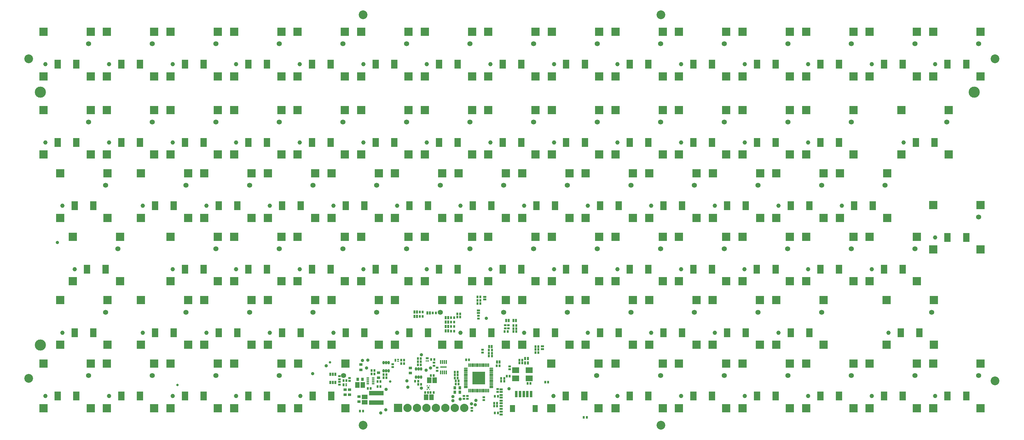
<source format=gbs>
G04*
G04 #@! TF.GenerationSoftware,Altium Limited,Altium Designer,24.2.2 (26)*
G04*
G04 Layer_Color=16711935*
%FSLAX44Y44*%
%MOMM*%
G71*
G04*
G04 #@! TF.SameCoordinates,2B7E99FB-4F0D-402E-9D71-9E8D4FD60802*
G04*
G04*
G04 #@! TF.FilePolarity,Negative*
G04*
G01*
G75*
%ADD19C,3.0000*%
%ADD20R,0.6400X0.5400*%
%ADD21R,0.5400X0.6400*%
%ADD26C,0.9100*%
%ADD27R,0.9600X0.7600*%
%ADD28C,2.2400*%
%ADD29R,2.2400X2.2400*%
%ADD30R,2.1600X2.1600*%
%ADD31C,1.3600*%
%ADD32C,1.1600*%
%ADD33R,1.7100X2.3600*%
%ADD34C,2.3600*%
%ADD35C,0.6600*%
%ADD77R,0.9600X0.7900*%
%ADD78R,0.7900X0.9600*%
%ADD79R,1.2100X1.5100*%
%ADD80R,1.5100X1.2100*%
%ADD81R,3.9600X1.1600*%
%ADD82R,3.3600X3.3600*%
%ADD83O,1.0350X0.3600*%
%ADD84O,0.3600X1.0350*%
%ADD85R,1.8600X1.5600*%
%ADD86R,0.7600X1.7100*%
%ADD87R,1.3600X1.9600*%
%ADD88R,0.5600X0.8600*%
%ADD89R,0.8600X0.5600*%
%ADD90R,0.4100X1.0600*%
%ADD91R,1.7600X0.3600*%
%ADD92O,0.6100X0.9600*%
%ADD93R,0.7600X0.4100*%
%ADD94R,0.6100X0.9600*%
G36*
X1092925Y171785D02*
X1085425D01*
Y176285D01*
X1092925D01*
Y171785D01*
D02*
G37*
G36*
X1013258Y169117D02*
X1008758D01*
Y172117D01*
X1013258D01*
Y169117D01*
D02*
G37*
G36*
X1092925Y164785D02*
X1089925D01*
Y169285D01*
X1092925D01*
Y164785D01*
D02*
G37*
G36*
X1088425D02*
X1085425D01*
Y169285D01*
X1088425D01*
Y164785D01*
D02*
G37*
G36*
X1013258Y164617D02*
X1008758D01*
Y167617D01*
X1013258D01*
Y164617D01*
D02*
G37*
G36*
X1006258D02*
X1001758D01*
Y172117D01*
X1006258D01*
Y164617D01*
D02*
G37*
G36*
X873924Y103183D02*
X869424D01*
Y106183D01*
X873924D01*
Y103183D01*
D02*
G37*
G36*
Y98683D02*
X869424D01*
Y101683D01*
X873924D01*
Y98683D01*
D02*
G37*
G36*
X866924D02*
X862424D01*
Y106183D01*
X866924D01*
Y98683D01*
D02*
G37*
G36*
X1096880Y97793D02*
X1096287D01*
X1094780Y99300D01*
Y101393D01*
X1096880D01*
Y97793D01*
D02*
G37*
G36*
X1090380Y99300D02*
X1088873Y97793D01*
X1088280D01*
Y101393D01*
X1090380D01*
Y99300D01*
D02*
G37*
G36*
X1095974Y95000D02*
X1092580Y91606D01*
X1089186Y95000D01*
X1092580Y98394D01*
X1095974Y95000D01*
D02*
G37*
G36*
X1096880Y88607D02*
X1094780D01*
Y90700D01*
X1096287Y92207D01*
X1096880D01*
Y88607D01*
D02*
G37*
G36*
X1090380Y90700D02*
Y88607D01*
X1088280D01*
Y92207D01*
X1088873D01*
X1090380Y90700D01*
D02*
G37*
D19*
X50000Y890000D02*
D03*
Y210000D02*
D03*
X2558550Y890000D02*
D03*
D20*
X997000Y157950D02*
D03*
Y150050D02*
D03*
X1115965Y140595D02*
D03*
Y148495D02*
D03*
X1311000Y144050D02*
D03*
Y151950D02*
D03*
X1187932Y72799D02*
D03*
Y64899D02*
D03*
X1238226Y189001D02*
D03*
Y196901D02*
D03*
X1241000Y68950D02*
D03*
Y61050D02*
D03*
X1196932Y72799D02*
D03*
Y64899D02*
D03*
X1298502Y254866D02*
D03*
Y262766D02*
D03*
X1278614Y83212D02*
D03*
Y91112D02*
D03*
X1227075Y288603D02*
D03*
Y280703D02*
D03*
X881000Y113050D02*
D03*
Y120950D02*
D03*
X853352Y117713D02*
D03*
Y125613D02*
D03*
X853350Y110449D02*
D03*
Y102549D02*
D03*
X1208857Y40253D02*
D03*
Y32353D02*
D03*
X1107886Y154067D02*
D03*
Y161967D02*
D03*
X1307502Y262766D02*
D03*
Y254866D02*
D03*
D21*
X956050Y98000D02*
D03*
X963950D02*
D03*
X1064050Y156503D02*
D03*
X1071950D02*
D03*
X1297552Y245817D02*
D03*
X1305452D02*
D03*
X1224050Y321496D02*
D03*
X1231950D02*
D03*
X1379806Y197502D02*
D03*
X1387706D02*
D03*
X1320552Y245817D02*
D03*
X1328452D02*
D03*
X1255050Y188000D02*
D03*
X1262950D02*
D03*
X937338Y92654D02*
D03*
X929438D02*
D03*
X1170258Y293192D02*
D03*
X1178158D02*
D03*
X1358951Y106172D02*
D03*
X1366851D02*
D03*
X1170950Y121000D02*
D03*
X1163050D02*
D03*
X1201771Y169713D02*
D03*
X1193871D02*
D03*
X1099112Y127630D02*
D03*
X1107012D02*
D03*
X1288050Y120000D02*
D03*
X1295950D02*
D03*
X1170950Y129000D02*
D03*
X1163050D02*
D03*
X1288050Y112000D02*
D03*
X1295950D02*
D03*
X1170950Y137000D02*
D03*
X1163050D02*
D03*
X979934Y121593D02*
D03*
X972034D02*
D03*
X1077280Y286605D02*
D03*
X1069380D02*
D03*
X1255052Y195900D02*
D03*
X1262952D02*
D03*
X1320552Y261816D02*
D03*
X1328452D02*
D03*
X1224050Y338881D02*
D03*
X1231950D02*
D03*
X1379806Y205502D02*
D03*
X1387706D02*
D03*
X1279218Y26319D02*
D03*
X1271318D02*
D03*
X1277220Y45002D02*
D03*
X1269320D02*
D03*
X1277220Y53000D02*
D03*
X1269320D02*
D03*
X1279220Y71835D02*
D03*
X1271320D02*
D03*
X1344573Y161108D02*
D03*
X1336673D02*
D03*
X1344573Y169109D02*
D03*
X1336673D02*
D03*
X1283950Y154000D02*
D03*
X1276050D02*
D03*
X1069380Y298788D02*
D03*
X1077280D02*
D03*
X1104477Y295610D02*
D03*
X1112377D02*
D03*
X1153550Y283622D02*
D03*
X1161450D02*
D03*
X1153550Y271523D02*
D03*
X1161450D02*
D03*
X1153550Y259645D02*
D03*
X1161450D02*
D03*
X1153550Y246888D02*
D03*
X1161450D02*
D03*
X864547Y114011D02*
D03*
X872447D02*
D03*
X1406050Y110000D02*
D03*
X1413950D02*
D03*
X979962Y129644D02*
D03*
X972062D02*
D03*
X1019520Y159785D02*
D03*
X1027420D02*
D03*
X940050Y132000D02*
D03*
X947950D02*
D03*
X1027415Y168803D02*
D03*
X1019516D02*
D03*
X940050Y141000D02*
D03*
X947950D02*
D03*
X963950Y111000D02*
D03*
X956050D02*
D03*
X1057050Y112000D02*
D03*
X1064950D02*
D03*
X1064019Y172838D02*
D03*
X1071919D02*
D03*
X1063987Y164646D02*
D03*
X1071887D02*
D03*
X1065319Y103986D02*
D03*
X1073219D02*
D03*
X1106552Y81946D02*
D03*
X1098652D02*
D03*
X1091530Y82000D02*
D03*
X1083630D02*
D03*
X1510050Y15000D02*
D03*
X1517950D02*
D03*
X916745Y31942D02*
D03*
X908845D02*
D03*
X1100249Y170879D02*
D03*
X1108149D02*
D03*
X1303264Y126008D02*
D03*
X1311164D02*
D03*
X1231950Y330250D02*
D03*
X1224050D02*
D03*
X1387766Y189202D02*
D03*
X1379866D02*
D03*
X1328452Y253816D02*
D03*
X1320552D02*
D03*
X1255050Y180000D02*
D03*
X1262950D02*
D03*
X1178121Y285105D02*
D03*
X1170221D02*
D03*
X1166074Y112907D02*
D03*
X1173974D02*
D03*
X1166106Y104848D02*
D03*
X1174007D02*
D03*
D26*
X978000Y35000D02*
D03*
X978565Y89874D02*
D03*
X915382Y168353D02*
D03*
X781995Y132521D02*
D03*
X929453Y168803D02*
D03*
X1073586Y93602D02*
D03*
X1074000Y183000D02*
D03*
X1158000Y60000D02*
D03*
X1208000Y51000D02*
D03*
X1218879Y48978D02*
D03*
X1220000Y61000D02*
D03*
X818000Y154000D02*
D03*
X1309104Y91976D02*
D03*
X1158000Y71000D02*
D03*
X96000Y486000D02*
D03*
X1247900Y281926D02*
D03*
X1035000Y113000D02*
D03*
X926000Y148000D02*
D03*
X1037000Y96000D02*
D03*
X964763Y26769D02*
D03*
X1086000Y142000D02*
D03*
X1098409Y148184D02*
D03*
X1178000Y64000D02*
D03*
D27*
X1044000Y134000D02*
D03*
Y148000D02*
D03*
X911000Y143000D02*
D03*
Y157000D02*
D03*
D28*
X1138100Y40700D02*
D03*
X1112700D02*
D03*
X1087300D02*
D03*
X1061900D02*
D03*
X1036500D02*
D03*
X1188900D02*
D03*
X1163500D02*
D03*
D29*
X1011100D02*
D03*
D30*
X570560Y933030D02*
D03*
X697560Y1053030D02*
D03*
X570560D02*
D03*
X697560Y933030D02*
D03*
X1039040D02*
D03*
X912040Y1053030D02*
D03*
X1039040D02*
D03*
X912040Y933030D02*
D03*
X1082770D02*
D03*
X1209770Y1053030D02*
D03*
X1082770D02*
D03*
X1209770Y933030D02*
D03*
X1380500D02*
D03*
X1253500Y1053030D02*
D03*
X1380500D02*
D03*
X1253500Y933030D02*
D03*
X1424230D02*
D03*
X1551230Y1053030D02*
D03*
X1424230D02*
D03*
X1551230Y933030D02*
D03*
X1721970D02*
D03*
X1594970Y1053030D02*
D03*
X1721970D02*
D03*
X1594970Y933030D02*
D03*
X1765700D02*
D03*
X1892700Y1053030D02*
D03*
X1765700D02*
D03*
X1892700Y933030D02*
D03*
X2063650D02*
D03*
X1936650Y1053030D02*
D03*
X2063650D02*
D03*
X1936650Y933030D02*
D03*
X2107380D02*
D03*
X2234380Y1053030D02*
D03*
X2107380D02*
D03*
X2234380Y933030D02*
D03*
X2404950D02*
D03*
X2277950Y1053030D02*
D03*
X2404950D02*
D03*
X2277950Y933030D02*
D03*
X2448680D02*
D03*
X2575680Y1053030D02*
D03*
X2448680D02*
D03*
X2575680Y933030D02*
D03*
X185370D02*
D03*
X58370Y1053030D02*
D03*
X185370D02*
D03*
X58370Y933030D02*
D03*
X229100D02*
D03*
X356100Y1053030D02*
D03*
X229100D02*
D03*
X356100Y933030D02*
D03*
X526840D02*
D03*
X399840Y1053030D02*
D03*
X526840D02*
D03*
X399840Y933030D02*
D03*
X741300D02*
D03*
X868300Y1053030D02*
D03*
X741300D02*
D03*
X868300Y933030D02*
D03*
X185370Y722300D02*
D03*
X58370Y842300D02*
D03*
X185370D02*
D03*
X58370Y722300D02*
D03*
X229100D02*
D03*
X356100Y842300D02*
D03*
X229100D02*
D03*
X356100Y722300D02*
D03*
X526840D02*
D03*
X399840Y842300D02*
D03*
X526840D02*
D03*
X399840Y722300D02*
D03*
X570560D02*
D03*
X697560Y842300D02*
D03*
X570560D02*
D03*
X697560Y722300D02*
D03*
X868300D02*
D03*
X741300Y842300D02*
D03*
X868300D02*
D03*
X741300Y722300D02*
D03*
X912040D02*
D03*
X1039040Y842300D02*
D03*
X912040D02*
D03*
X1039040Y722300D02*
D03*
X1209770D02*
D03*
X1082770Y842300D02*
D03*
X1209770D02*
D03*
X1082770Y722300D02*
D03*
X1253500D02*
D03*
X1380500Y842300D02*
D03*
X1253500D02*
D03*
X1380500Y722300D02*
D03*
X1551230D02*
D03*
X1424230Y842300D02*
D03*
X1551230D02*
D03*
X1424230Y722300D02*
D03*
X1594970D02*
D03*
X1721970Y842300D02*
D03*
X1594970D02*
D03*
X1721970Y722300D02*
D03*
X1892700D02*
D03*
X1765700Y842300D02*
D03*
X1892700D02*
D03*
X1765700Y722300D02*
D03*
X1936650D02*
D03*
X2063650Y842300D02*
D03*
X1936650D02*
D03*
X2063650Y722300D02*
D03*
X2234380D02*
D03*
X2107380Y842300D02*
D03*
X2234380D02*
D03*
X2107380Y722300D02*
D03*
X2363320D02*
D03*
X2490320Y842300D02*
D03*
X2363320D02*
D03*
X2490320Y722300D02*
D03*
X230740Y552000D02*
D03*
X103740Y672000D02*
D03*
X230740D02*
D03*
X103740Y552000D02*
D03*
X319840D02*
D03*
X446840Y672000D02*
D03*
X319840D02*
D03*
X446840Y552000D02*
D03*
X617570D02*
D03*
X490570Y672000D02*
D03*
X617570D02*
D03*
X490570Y552000D02*
D03*
X661300D02*
D03*
X788300Y672000D02*
D03*
X661300D02*
D03*
X788300Y552000D02*
D03*
X959040D02*
D03*
X832040Y672000D02*
D03*
X959040D02*
D03*
X832040Y552000D02*
D03*
X1002770D02*
D03*
X1129770Y672000D02*
D03*
X1002770D02*
D03*
X1129770Y552000D02*
D03*
X1300500D02*
D03*
X1173500Y672000D02*
D03*
X1300500D02*
D03*
X1173500Y552000D02*
D03*
X1344230D02*
D03*
X1471230Y672000D02*
D03*
X1344230D02*
D03*
X1471230Y552000D02*
D03*
X1641970D02*
D03*
X1514970Y672000D02*
D03*
X1641970D02*
D03*
X1514970Y552000D02*
D03*
X1685700D02*
D03*
X1812700Y672000D02*
D03*
X1685700D02*
D03*
X1812700Y552000D02*
D03*
X1983490D02*
D03*
X1856490Y672000D02*
D03*
X1983490D02*
D03*
X1856490Y552000D02*
D03*
X2027220D02*
D03*
X2154220Y672000D02*
D03*
X2027220D02*
D03*
X2154220Y552000D02*
D03*
X2324950D02*
D03*
X2197950Y672000D02*
D03*
X2324950D02*
D03*
X2197950Y552000D02*
D03*
X2448680Y466640D02*
D03*
X2575680Y586640D02*
D03*
X2448680D02*
D03*
X2575680Y466640D02*
D03*
X264210Y381270D02*
D03*
X137210Y501270D02*
D03*
X264210D02*
D03*
X137210Y381270D02*
D03*
X399840D02*
D03*
X526840Y501270D02*
D03*
X399840D02*
D03*
X526840Y381270D02*
D03*
X697570D02*
D03*
X570570Y501270D02*
D03*
X697570D02*
D03*
X570570Y381270D02*
D03*
X741300D02*
D03*
X868300Y501270D02*
D03*
X741300D02*
D03*
X868300Y381270D02*
D03*
X1039040D02*
D03*
X912040Y501270D02*
D03*
X1039040D02*
D03*
X912040Y381270D02*
D03*
X1082770D02*
D03*
X1209770Y501270D02*
D03*
X1082770D02*
D03*
X1209770Y381270D02*
D03*
X1380500D02*
D03*
X1253500Y501270D02*
D03*
X1380500D02*
D03*
X1253500Y381270D02*
D03*
X1424230D02*
D03*
X1551230Y501270D02*
D03*
X1424230D02*
D03*
X1551230Y381270D02*
D03*
X1721970D02*
D03*
X1594970Y501270D02*
D03*
X1721970D02*
D03*
X1594970Y381270D02*
D03*
X1765700D02*
D03*
X1892700Y501270D02*
D03*
X1765700D02*
D03*
X1892700Y381270D02*
D03*
X2063430D02*
D03*
X1936430Y501270D02*
D03*
X2063430D02*
D03*
X1936430Y381270D02*
D03*
X2107170D02*
D03*
X2234170Y501270D02*
D03*
X2107170D02*
D03*
X2234170Y381270D02*
D03*
X2404950D02*
D03*
X2277950Y501270D02*
D03*
X2404950D02*
D03*
X2277950Y381270D02*
D03*
X103740Y210540D02*
D03*
X230740Y330540D02*
D03*
X103740D02*
D03*
X230740Y210540D02*
D03*
X446840D02*
D03*
X319840Y330540D02*
D03*
X446840D02*
D03*
X319840Y210540D02*
D03*
X490570D02*
D03*
X617570Y330540D02*
D03*
X490570D02*
D03*
X617570Y210540D02*
D03*
X788300D02*
D03*
X661300Y330540D02*
D03*
X788300D02*
D03*
X661300Y210540D02*
D03*
X832040D02*
D03*
X959040Y330540D02*
D03*
X832040D02*
D03*
X959040Y210540D02*
D03*
X1129770D02*
D03*
X1002770Y330540D02*
D03*
X1129770D02*
D03*
X1002770Y210540D02*
D03*
X1173500D02*
D03*
X1300500Y330540D02*
D03*
X1173500D02*
D03*
X1300500Y210540D02*
D03*
X1471230D02*
D03*
X1344230Y330540D02*
D03*
X1471230D02*
D03*
X1344230Y210540D02*
D03*
X1514970D02*
D03*
X1641970Y330540D02*
D03*
X1514970D02*
D03*
X1641970Y210540D02*
D03*
X1812700D02*
D03*
X1685700Y330540D02*
D03*
X1812700D02*
D03*
X1685700Y210540D02*
D03*
X1856430D02*
D03*
X1983430Y330540D02*
D03*
X1856430D02*
D03*
X1983430Y210540D02*
D03*
X2154170D02*
D03*
X2027170Y330540D02*
D03*
X2154170D02*
D03*
X2027170Y210540D02*
D03*
X2323320D02*
D03*
X2450320Y330540D02*
D03*
X2323320D02*
D03*
X2450320Y210540D02*
D03*
X185370Y39800D02*
D03*
X58370Y159800D02*
D03*
X185370D02*
D03*
X58370Y39800D02*
D03*
X229100D02*
D03*
X356100Y159800D02*
D03*
X229100D02*
D03*
X356100Y39800D02*
D03*
X526840D02*
D03*
X399840Y159800D02*
D03*
X526840D02*
D03*
X399840Y39800D02*
D03*
X570570D02*
D03*
X697570Y159800D02*
D03*
X570570D02*
D03*
X697570Y39800D02*
D03*
X1549790D02*
D03*
X1422790Y159800D02*
D03*
X1549790D02*
D03*
X1422790Y39800D02*
D03*
X1595020D02*
D03*
X1722020Y159800D02*
D03*
X1595020D02*
D03*
X1722020Y39800D02*
D03*
X1892750D02*
D03*
X1765750Y159800D02*
D03*
X1892750D02*
D03*
X1765750Y39800D02*
D03*
X1936490D02*
D03*
X2063490Y159800D02*
D03*
X1936490D02*
D03*
X2063490Y39800D02*
D03*
X2234220D02*
D03*
X2107220Y159800D02*
D03*
X2234220D02*
D03*
X2107220Y39800D02*
D03*
X2277950D02*
D03*
X2404950Y159800D02*
D03*
X2277950D02*
D03*
X2404950Y39800D02*
D03*
X2575680D02*
D03*
X2448680Y159800D02*
D03*
X2575680D02*
D03*
X2448680Y39800D02*
D03*
X742790D02*
D03*
X869790Y159800D02*
D03*
X742790D02*
D03*
X869790Y39800D02*
D03*
D31*
X692060Y1020530D02*
D03*
X1033540D02*
D03*
X1204270D02*
D03*
X1375000D02*
D03*
X1545730D02*
D03*
X1716470D02*
D03*
X1887200D02*
D03*
X2058150D02*
D03*
X2228880D02*
D03*
X2399450D02*
D03*
X2570180D02*
D03*
X179870D02*
D03*
X350600D02*
D03*
X521340D02*
D03*
X862800D02*
D03*
X179870Y809800D02*
D03*
X350600D02*
D03*
X521340D02*
D03*
X692060D02*
D03*
X862800D02*
D03*
X1033540D02*
D03*
X1204270D02*
D03*
X1375000D02*
D03*
X1545730D02*
D03*
X1716470D02*
D03*
X1887200D02*
D03*
X2058150D02*
D03*
X2228880D02*
D03*
X2484820D02*
D03*
X225240Y639500D02*
D03*
X441340D02*
D03*
X612070D02*
D03*
X782800D02*
D03*
X953540D02*
D03*
X1124270D02*
D03*
X1295000D02*
D03*
X1465730D02*
D03*
X1636470D02*
D03*
X1807200D02*
D03*
X1977990D02*
D03*
X2148720D02*
D03*
X2319450D02*
D03*
X2570180Y554140D02*
D03*
X258710Y468770D02*
D03*
X521340D02*
D03*
X692070D02*
D03*
X862800D02*
D03*
X1033540D02*
D03*
X1204270D02*
D03*
X1375000D02*
D03*
X1545730D02*
D03*
X1716470D02*
D03*
X1887200D02*
D03*
X2057930D02*
D03*
X2228670D02*
D03*
X2399450D02*
D03*
X225240Y298040D02*
D03*
X441340D02*
D03*
X612070D02*
D03*
X782800D02*
D03*
X953540D02*
D03*
X1124270D02*
D03*
X1295000D02*
D03*
X1465730D02*
D03*
X1636470D02*
D03*
X1807200D02*
D03*
X1977930D02*
D03*
X2148670D02*
D03*
X2444820D02*
D03*
X179870Y127300D02*
D03*
X350600D02*
D03*
X521340D02*
D03*
X692070D02*
D03*
X1544290D02*
D03*
X1716520D02*
D03*
X1887250D02*
D03*
X2057990D02*
D03*
X2228720D02*
D03*
X2399450D02*
D03*
X2570180D02*
D03*
X864290D02*
D03*
D32*
X576060Y965530D02*
D03*
X917540D02*
D03*
X1088270D02*
D03*
X1259000D02*
D03*
X1429730D02*
D03*
X1600470D02*
D03*
X1771200D02*
D03*
X1942150D02*
D03*
X2112880D02*
D03*
X2283450D02*
D03*
X2454180D02*
D03*
X63870D02*
D03*
X234600D02*
D03*
X405340D02*
D03*
X746800D02*
D03*
X63870Y754800D02*
D03*
X234600D02*
D03*
X405340D02*
D03*
X576060D02*
D03*
X746800D02*
D03*
X917540D02*
D03*
X1088270D02*
D03*
X1259000D02*
D03*
X1429730D02*
D03*
X1600470D02*
D03*
X1771200D02*
D03*
X1942150D02*
D03*
X2112880D02*
D03*
X2368820D02*
D03*
X109240Y584500D02*
D03*
X325340D02*
D03*
X496070D02*
D03*
X666800D02*
D03*
X837540D02*
D03*
X1008270D02*
D03*
X1179000D02*
D03*
X1349730D02*
D03*
X1520470D02*
D03*
X1691200D02*
D03*
X1861990D02*
D03*
X2032720D02*
D03*
X2203450D02*
D03*
X2454180Y499140D02*
D03*
X142710Y413770D02*
D03*
X405340D02*
D03*
X576070D02*
D03*
X746800D02*
D03*
X917540D02*
D03*
X1088270D02*
D03*
X1259000D02*
D03*
X1429730D02*
D03*
X1600470D02*
D03*
X1771200D02*
D03*
X1941930D02*
D03*
X2112670D02*
D03*
X2283450D02*
D03*
X109240Y243040D02*
D03*
X325340D02*
D03*
X496070D02*
D03*
X666800D02*
D03*
X837540D02*
D03*
X1008270D02*
D03*
X1179000D02*
D03*
X1349730D02*
D03*
X1520470D02*
D03*
X1691200D02*
D03*
X1861930D02*
D03*
X2032670D02*
D03*
X2328820D02*
D03*
X63870Y72300D02*
D03*
X234600D02*
D03*
X405340D02*
D03*
X576070D02*
D03*
X1428290D02*
D03*
X1600520D02*
D03*
X1771250D02*
D03*
X1941990D02*
D03*
X2112720D02*
D03*
X2283450D02*
D03*
X2454180D02*
D03*
X748290D02*
D03*
D33*
X659060Y965530D02*
D03*
X609060D02*
D03*
X950540D02*
D03*
X1000540D02*
D03*
X1171270D02*
D03*
X1121270D02*
D03*
X1292000D02*
D03*
X1342000D02*
D03*
X1512730D02*
D03*
X1462730D02*
D03*
X1633470D02*
D03*
X1683470D02*
D03*
X1854200D02*
D03*
X1804200D02*
D03*
X1975150D02*
D03*
X2025150D02*
D03*
X2195880D02*
D03*
X2145880D02*
D03*
X2316450D02*
D03*
X2366450D02*
D03*
X2537180D02*
D03*
X2487180D02*
D03*
X96870D02*
D03*
X146870D02*
D03*
X317600D02*
D03*
X267600D02*
D03*
X438340D02*
D03*
X488340D02*
D03*
X829800D02*
D03*
X779800D02*
D03*
X96870Y754800D02*
D03*
X146870D02*
D03*
X317600D02*
D03*
X267600D02*
D03*
X438340D02*
D03*
X488340D02*
D03*
X659060D02*
D03*
X609060D02*
D03*
X779800D02*
D03*
X829800D02*
D03*
X1000540D02*
D03*
X950540D02*
D03*
X1121270D02*
D03*
X1171270D02*
D03*
X1342000D02*
D03*
X1292000D02*
D03*
X1462730D02*
D03*
X1512730D02*
D03*
X1683470D02*
D03*
X1633470D02*
D03*
X1804200D02*
D03*
X1854200D02*
D03*
X2025150D02*
D03*
X1975150D02*
D03*
X2145880D02*
D03*
X2195880D02*
D03*
X2451820D02*
D03*
X2401820D02*
D03*
X142240Y584500D02*
D03*
X192240D02*
D03*
X408340D02*
D03*
X358340D02*
D03*
X529070D02*
D03*
X579070D02*
D03*
X749800D02*
D03*
X699800D02*
D03*
X870540D02*
D03*
X920540D02*
D03*
X1091270D02*
D03*
X1041270D02*
D03*
X1212000D02*
D03*
X1262000D02*
D03*
X1432730D02*
D03*
X1382730D02*
D03*
X1553470D02*
D03*
X1603470D02*
D03*
X1774200D02*
D03*
X1724200D02*
D03*
X1894990D02*
D03*
X1944990D02*
D03*
X2115720D02*
D03*
X2065720D02*
D03*
X2236450D02*
D03*
X2286450D02*
D03*
X2537180Y499140D02*
D03*
X2487180D02*
D03*
X175710Y413770D02*
D03*
X225710D02*
D03*
X488340D02*
D03*
X438340D02*
D03*
X609070D02*
D03*
X659070D02*
D03*
X829800D02*
D03*
X779800D02*
D03*
X950540D02*
D03*
X1000540D02*
D03*
X1171270D02*
D03*
X1121270D02*
D03*
X1292000D02*
D03*
X1342000D02*
D03*
X1512730D02*
D03*
X1462730D02*
D03*
X1633470D02*
D03*
X1683470D02*
D03*
X1854200D02*
D03*
X1804200D02*
D03*
X1974930D02*
D03*
X2024930D02*
D03*
X2195670D02*
D03*
X2145670D02*
D03*
X2316450D02*
D03*
X2366450D02*
D03*
X192240Y243040D02*
D03*
X142240D02*
D03*
X358340D02*
D03*
X408340D02*
D03*
X579070D02*
D03*
X529070D02*
D03*
X699800D02*
D03*
X749800D02*
D03*
X920540D02*
D03*
X870540D02*
D03*
X1041270D02*
D03*
X1091270D02*
D03*
X1262000D02*
D03*
X1212000D02*
D03*
X1382730D02*
D03*
X1432730D02*
D03*
X1603470D02*
D03*
X1553470D02*
D03*
X1724200D02*
D03*
X1774200D02*
D03*
X1944930D02*
D03*
X1894930D02*
D03*
X2065670D02*
D03*
X2115670D02*
D03*
X2411820D02*
D03*
X2361820D02*
D03*
X96870Y72300D02*
D03*
X146870D02*
D03*
X317600D02*
D03*
X267600D02*
D03*
X438340D02*
D03*
X488340D02*
D03*
X659070D02*
D03*
X609070D02*
D03*
X1461290D02*
D03*
X1511290D02*
D03*
X1683520D02*
D03*
X1633520D02*
D03*
X1804250D02*
D03*
X1854250D02*
D03*
X2024990D02*
D03*
X1974990D02*
D03*
X2145720D02*
D03*
X2195720D02*
D03*
X2366450D02*
D03*
X2316450D02*
D03*
X2487180D02*
D03*
X2537180D02*
D03*
X831290D02*
D03*
X781290D02*
D03*
D34*
X2615050Y980490D02*
D03*
Y112790D02*
D03*
X1717030Y1098890D02*
D03*
X917030D02*
D03*
X1717030Y-6060D02*
D03*
X917030D02*
D03*
X19000Y980490D02*
D03*
Y119640D02*
D03*
D35*
X418000Y102000D02*
D03*
X828000Y163000D02*
D03*
X990000Y111000D02*
D03*
X1238670Y110080D02*
D03*
Y121080D02*
D03*
Y132080D02*
D03*
X1227670Y110080D02*
D03*
Y121080D02*
D03*
Y132080D02*
D03*
X1216670Y110080D02*
D03*
Y121080D02*
D03*
Y132080D02*
D03*
D77*
X880417Y89750D02*
D03*
Y76250D02*
D03*
X869000Y89750D02*
D03*
Y76250D02*
D03*
X958143Y121250D02*
D03*
Y134750D02*
D03*
X906000Y57250D02*
D03*
Y70750D02*
D03*
D78*
X915750Y117000D02*
D03*
X902250D02*
D03*
X1176921Y82634D02*
D03*
X1163421D02*
D03*
X1176887Y94771D02*
D03*
X1163387D02*
D03*
D79*
X916000Y102000D02*
D03*
X901500D02*
D03*
X1094750Y115000D02*
D03*
X1109250D02*
D03*
X1086595Y68664D02*
D03*
X1101095D02*
D03*
D80*
X921000Y55750D02*
D03*
Y70250D02*
D03*
D81*
X952527Y54791D02*
D03*
Y79791D02*
D03*
D82*
X1227670Y121080D02*
D03*
D83*
X1193295Y147080D02*
D03*
Y143080D02*
D03*
Y139080D02*
D03*
Y135080D02*
D03*
Y131080D02*
D03*
Y127080D02*
D03*
Y123080D02*
D03*
Y119080D02*
D03*
Y115080D02*
D03*
Y111080D02*
D03*
Y107080D02*
D03*
Y103080D02*
D03*
Y99080D02*
D03*
Y95080D02*
D03*
X1262045D02*
D03*
Y99080D02*
D03*
Y103080D02*
D03*
Y107080D02*
D03*
Y111080D02*
D03*
Y115080D02*
D03*
Y119080D02*
D03*
Y123080D02*
D03*
Y127080D02*
D03*
Y131080D02*
D03*
Y135080D02*
D03*
Y139080D02*
D03*
Y143080D02*
D03*
Y147080D02*
D03*
D84*
X1201670Y86705D02*
D03*
X1205670D02*
D03*
X1209670D02*
D03*
X1213670D02*
D03*
X1217670D02*
D03*
X1221670D02*
D03*
X1225670D02*
D03*
X1229670D02*
D03*
X1233670D02*
D03*
X1237670D02*
D03*
X1241670D02*
D03*
X1245670D02*
D03*
X1249670D02*
D03*
X1253670D02*
D03*
Y155455D02*
D03*
X1249670D02*
D03*
X1245670D02*
D03*
X1241670D02*
D03*
X1237670D02*
D03*
X1233670D02*
D03*
X1229670D02*
D03*
X1225670D02*
D03*
X1221670D02*
D03*
X1217670D02*
D03*
X1213670D02*
D03*
X1209670D02*
D03*
X1205670D02*
D03*
X1201670D02*
D03*
D85*
X1363500Y120000D02*
D03*
Y142000D02*
D03*
X1326500Y120000D02*
D03*
Y142000D02*
D03*
D86*
X1328476Y77348D02*
D03*
X1368476D02*
D03*
X1358476D02*
D03*
X1348476D02*
D03*
X1338476D02*
D03*
D87*
X1378976Y38598D02*
D03*
X1317976D02*
D03*
D88*
X1061830Y286594D02*
D03*
X1054830D02*
D03*
X1262403Y205414D02*
D03*
X1255403D02*
D03*
X1328002Y275423D02*
D03*
X1321002D02*
D03*
X1301500Y275750D02*
D03*
X1308500D02*
D03*
X1352591Y161365D02*
D03*
X1359591D02*
D03*
X1352591Y173301D02*
D03*
X1359591D02*
D03*
X1283519Y163818D02*
D03*
X1276519D02*
D03*
X1061830Y298783D02*
D03*
X1054830D02*
D03*
X1096927Y295982D02*
D03*
X1089927D02*
D03*
X1146000Y283696D02*
D03*
X1139000D02*
D03*
X1146000Y271483D02*
D03*
X1139000D02*
D03*
X1146000Y259370D02*
D03*
X1139000D02*
D03*
X1146000Y247316D02*
D03*
X1139000D02*
D03*
D89*
X1243547Y339560D02*
D03*
Y332560D02*
D03*
X1398756Y206002D02*
D03*
Y199002D02*
D03*
X1288268Y22819D02*
D03*
Y29819D02*
D03*
X1288270Y44946D02*
D03*
Y37946D02*
D03*
Y53094D02*
D03*
Y60094D02*
D03*
X1288224Y75226D02*
D03*
Y68226D02*
D03*
X1288257Y83513D02*
D03*
Y90513D02*
D03*
X1227041Y296149D02*
D03*
Y303149D02*
D03*
D90*
X1125500Y163950D02*
D03*
X1130500D02*
D03*
X1135500D02*
D03*
X1140500D02*
D03*
X1125500Y136050D02*
D03*
X1130500D02*
D03*
X1135500D02*
D03*
X1140500D02*
D03*
D91*
X1133000Y150000D02*
D03*
D92*
X1072500Y123000D02*
D03*
X1066000D02*
D03*
X1059500D02*
D03*
X1072500Y145000D02*
D03*
X1066000D02*
D03*
X1059500D02*
D03*
X985500Y140000D02*
D03*
X979000D02*
D03*
X972500D02*
D03*
X985500Y162000D02*
D03*
X979000D02*
D03*
X972500D02*
D03*
D93*
X944000Y120500D02*
D03*
Y115500D02*
D03*
Y110500D02*
D03*
Y105500D02*
D03*
X930000Y120500D02*
D03*
Y115500D02*
D03*
Y110500D02*
D03*
Y105500D02*
D03*
D94*
X829147Y131084D02*
D03*
X835647D02*
D03*
X842147D02*
D03*
X829147Y109084D02*
D03*
X835647D02*
D03*
X842147D02*
D03*
M02*

</source>
